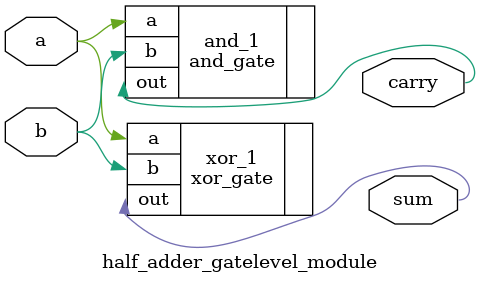
<source format=v>

module half_adder_gatelevel_module (a, b, sum, carry);
	input a, b;
	output sum, carry;
	wire xnor_out;
	
	//xnor_gatelevel_gate xnor_1(.a(a), .b(b), .out(xnor_out));
	//not_gate not_1(.a(xnor_out), .out(sum));
  xor_gate xor_1(.a(a), .b(b), .out(sum));
	
	and_gate and_1(.a(a), .b(b), .out(carry));
	
endmodule
</source>
